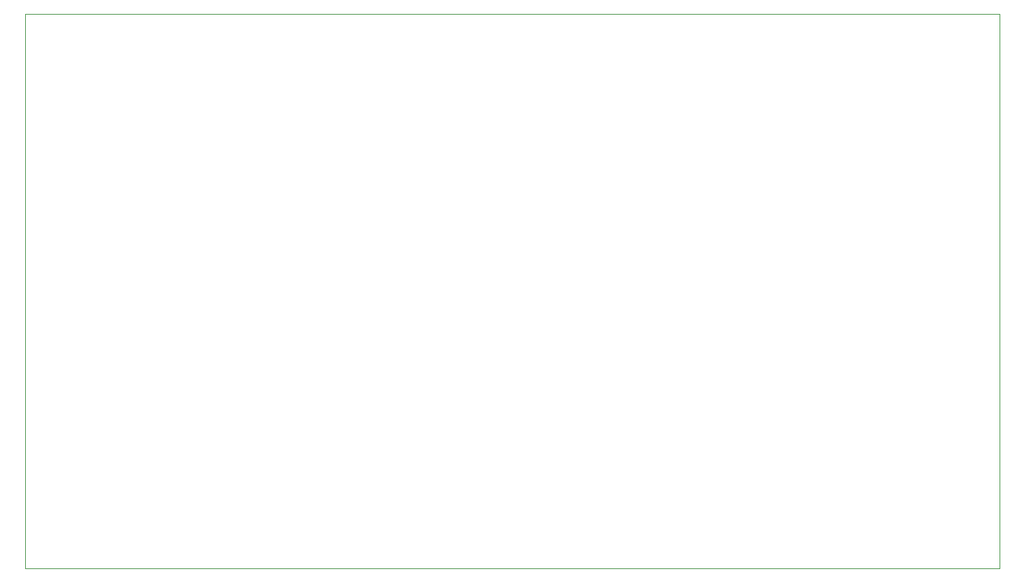
<source format=gbr>
G04 #@! TF.GenerationSoftware,KiCad,Pcbnew,(5.1.5)-3*
G04 #@! TF.CreationDate,2020-03-25T21:09:59+01:00*
G04 #@! TF.ProjectId,FunctiongeneratorMK3PowerControl,46756e63-7469-46f6-9e67-656e65726174,rev?*
G04 #@! TF.SameCoordinates,Original*
G04 #@! TF.FileFunction,Profile,NP*
%FSLAX46Y46*%
G04 Gerber Fmt 4.6, Leading zero omitted, Abs format (unit mm)*
G04 Created by KiCad (PCBNEW (5.1.5)-3) date 2020-03-25 21:09:59*
%MOMM*%
%LPD*%
G04 APERTURE LIST*
%ADD10C,0.100000*%
G04 APERTURE END LIST*
D10*
X144780000Y-63500000D02*
X144780000Y-130810000D01*
X26670000Y-63500000D02*
X144780000Y-63500000D01*
X26670000Y-130810000D02*
X26670000Y-63500000D01*
X144780000Y-130810000D02*
X26670000Y-130810000D01*
M02*

</source>
